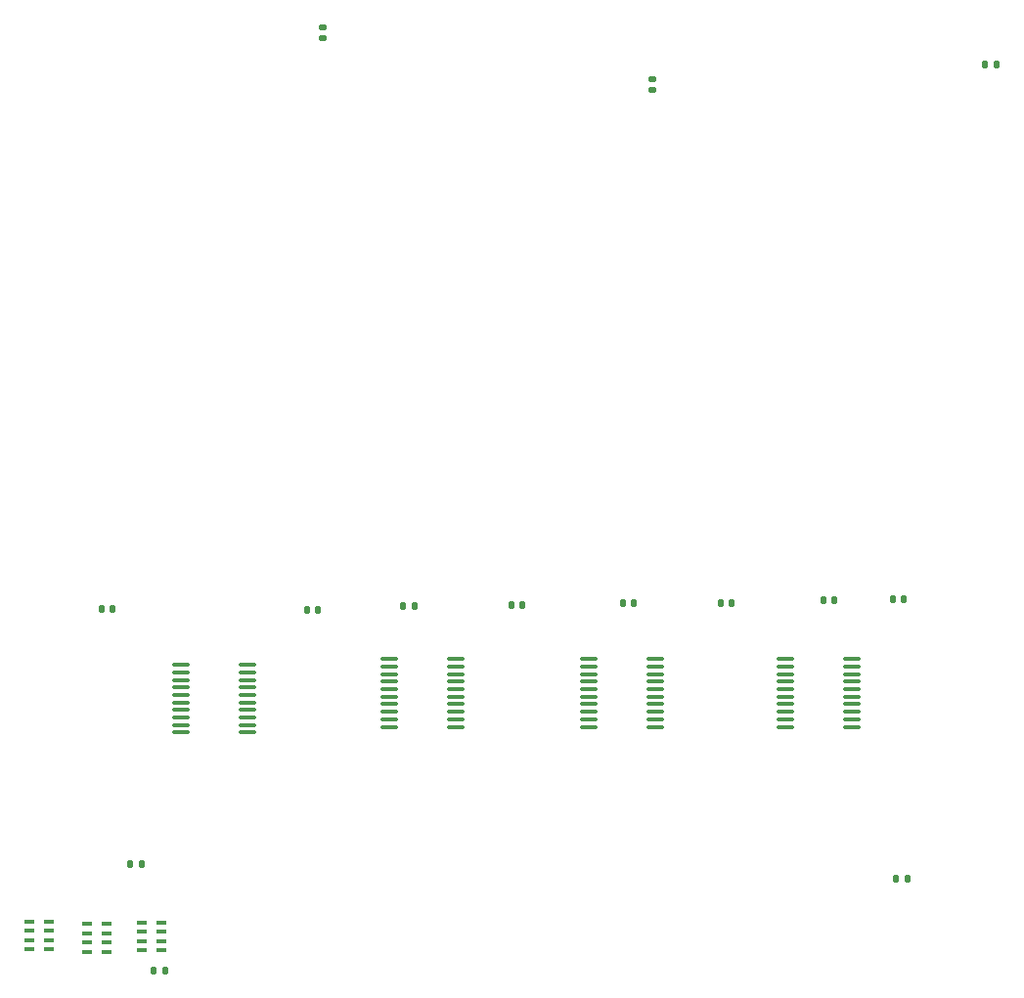
<source format=gtp>
G04 #@! TF.GenerationSoftware,KiCad,Pcbnew,7.0.11-7.0.11~ubuntu22.04.1*
G04 #@! TF.CreationDate,2024-09-18T23:24:04-04:00*
G04 #@! TF.ProjectId,tfr903d,74667239-3033-4642-9e6b-696361645f70,2024-09-18*
G04 #@! TF.SameCoordinates,Original*
G04 #@! TF.FileFunction,Paste,Top*
G04 #@! TF.FilePolarity,Positive*
%FSLAX46Y46*%
G04 Gerber Fmt 4.6, Leading zero omitted, Abs format (unit mm)*
G04 Created by KiCad (PCBNEW 7.0.11-7.0.11~ubuntu22.04.1) date 2024-09-18 23:24:04*
%MOMM*%
%LPD*%
G01*
G04 APERTURE LIST*
G04 Aperture macros list*
%AMRoundRect*
0 Rectangle with rounded corners*
0 $1 Rounding radius*
0 $2 $3 $4 $5 $6 $7 $8 $9 X,Y pos of 4 corners*
0 Add a 4 corners polygon primitive as box body*
4,1,4,$2,$3,$4,$5,$6,$7,$8,$9,$2,$3,0*
0 Add four circle primitives for the rounded corners*
1,1,$1+$1,$2,$3*
1,1,$1+$1,$4,$5*
1,1,$1+$1,$6,$7*
1,1,$1+$1,$8,$9*
0 Add four rect primitives between the rounded corners*
20,1,$1+$1,$2,$3,$4,$5,0*
20,1,$1+$1,$4,$5,$6,$7,0*
20,1,$1+$1,$6,$7,$8,$9,0*
20,1,$1+$1,$8,$9,$2,$3,0*%
G04 Aperture macros list end*
%ADD10RoundRect,0.140000X0.170000X-0.140000X0.170000X0.140000X-0.170000X0.140000X-0.170000X-0.140000X0*%
%ADD11RoundRect,0.140000X-0.140000X-0.170000X0.140000X-0.170000X0.140000X0.170000X-0.140000X0.170000X0*%
%ADD12R,0.900000X0.400000*%
%ADD13RoundRect,0.100000X-0.637500X-0.100000X0.637500X-0.100000X0.637500X0.100000X-0.637500X0.100000X0*%
%ADD14RoundRect,0.140000X-0.170000X0.140000X-0.170000X-0.140000X0.170000X-0.140000X0.170000X0.140000X0*%
%ADD15RoundRect,0.140000X0.140000X0.170000X-0.140000X0.170000X-0.140000X-0.170000X0.140000X-0.170000X0*%
G04 APERTURE END LIST*
D10*
X114400000Y-62400000D03*
X114400000Y-61440000D03*
D11*
X102220000Y-107000000D03*
X103180000Y-107000000D03*
D12*
X65450000Y-134600000D03*
X65450000Y-135400000D03*
X65450000Y-136200000D03*
X65450000Y-137000000D03*
X67150000Y-137000000D03*
X67150000Y-136200000D03*
X67150000Y-135400000D03*
X67150000Y-134600000D03*
D11*
X69240000Y-129400000D03*
X70200000Y-129400000D03*
D13*
X73637500Y-112175000D03*
X73637500Y-112825000D03*
X73637500Y-113475000D03*
X73637500Y-114125000D03*
X73637500Y-114775000D03*
X73637500Y-115425000D03*
X73637500Y-116075000D03*
X73637500Y-116725000D03*
X73637500Y-117375000D03*
X73637500Y-118025000D03*
X79362500Y-118025000D03*
X79362500Y-117375000D03*
X79362500Y-116725000D03*
X79362500Y-116075000D03*
X79362500Y-115425000D03*
X79362500Y-114775000D03*
X79362500Y-114125000D03*
X79362500Y-113475000D03*
X79362500Y-112825000D03*
X79362500Y-112175000D03*
D12*
X70200000Y-134500000D03*
X70200000Y-135300000D03*
X70200000Y-136100000D03*
X70200000Y-136900000D03*
X71900000Y-136900000D03*
X71900000Y-136100000D03*
X71900000Y-135300000D03*
X71900000Y-134500000D03*
D11*
X135520000Y-130700000D03*
X136480000Y-130700000D03*
D13*
X91637500Y-111675000D03*
X91637500Y-112325000D03*
X91637500Y-112975000D03*
X91637500Y-113625000D03*
X91637500Y-114275000D03*
X91637500Y-114925000D03*
X91637500Y-115575000D03*
X91637500Y-116225000D03*
X91637500Y-116875000D03*
X91637500Y-117525000D03*
X97362500Y-117525000D03*
X97362500Y-116875000D03*
X97362500Y-116225000D03*
X97362500Y-115575000D03*
X97362500Y-114925000D03*
X97362500Y-114275000D03*
X97362500Y-113625000D03*
X97362500Y-112975000D03*
X97362500Y-112325000D03*
X97362500Y-111675000D03*
X125937500Y-111675000D03*
X125937500Y-112325000D03*
X125937500Y-112975000D03*
X125937500Y-113625000D03*
X125937500Y-114275000D03*
X125937500Y-114925000D03*
X125937500Y-115575000D03*
X125937500Y-116225000D03*
X125937500Y-116875000D03*
X125937500Y-117525000D03*
X131662500Y-117525000D03*
X131662500Y-116875000D03*
X131662500Y-116225000D03*
X131662500Y-115575000D03*
X131662500Y-114925000D03*
X131662500Y-114275000D03*
X131662500Y-113625000D03*
X131662500Y-112975000D03*
X131662500Y-112325000D03*
X131662500Y-111675000D03*
D11*
X84500000Y-107400000D03*
X85460000Y-107400000D03*
D12*
X60500000Y-134400000D03*
X60500000Y-135200000D03*
X60500000Y-136000000D03*
X60500000Y-136800000D03*
X62200000Y-136800000D03*
X62200000Y-136000000D03*
X62200000Y-135200000D03*
X62200000Y-134400000D03*
D11*
X129240000Y-106600000D03*
X130200000Y-106600000D03*
X66740000Y-107300000D03*
X67700000Y-107300000D03*
X135200000Y-106500000D03*
X136160000Y-106500000D03*
D14*
X85900000Y-56920000D03*
X85900000Y-57880000D03*
D11*
X120320000Y-106800000D03*
X121280000Y-106800000D03*
X111840000Y-106800000D03*
X112800000Y-106800000D03*
X143240000Y-60200000D03*
X144200000Y-60200000D03*
D15*
X72230000Y-138650000D03*
X71270000Y-138650000D03*
D11*
X92840000Y-107100000D03*
X93800000Y-107100000D03*
D13*
X108925000Y-111675000D03*
X108925000Y-112325000D03*
X108925000Y-112975000D03*
X108925000Y-113625000D03*
X108925000Y-114275000D03*
X108925000Y-114925000D03*
X108925000Y-115575000D03*
X108925000Y-116225000D03*
X108925000Y-116875000D03*
X108925000Y-117525000D03*
X114650000Y-117525000D03*
X114650000Y-116875000D03*
X114650000Y-116225000D03*
X114650000Y-115575000D03*
X114650000Y-114925000D03*
X114650000Y-114275000D03*
X114650000Y-113625000D03*
X114650000Y-112975000D03*
X114650000Y-112325000D03*
X114650000Y-111675000D03*
M02*

</source>
